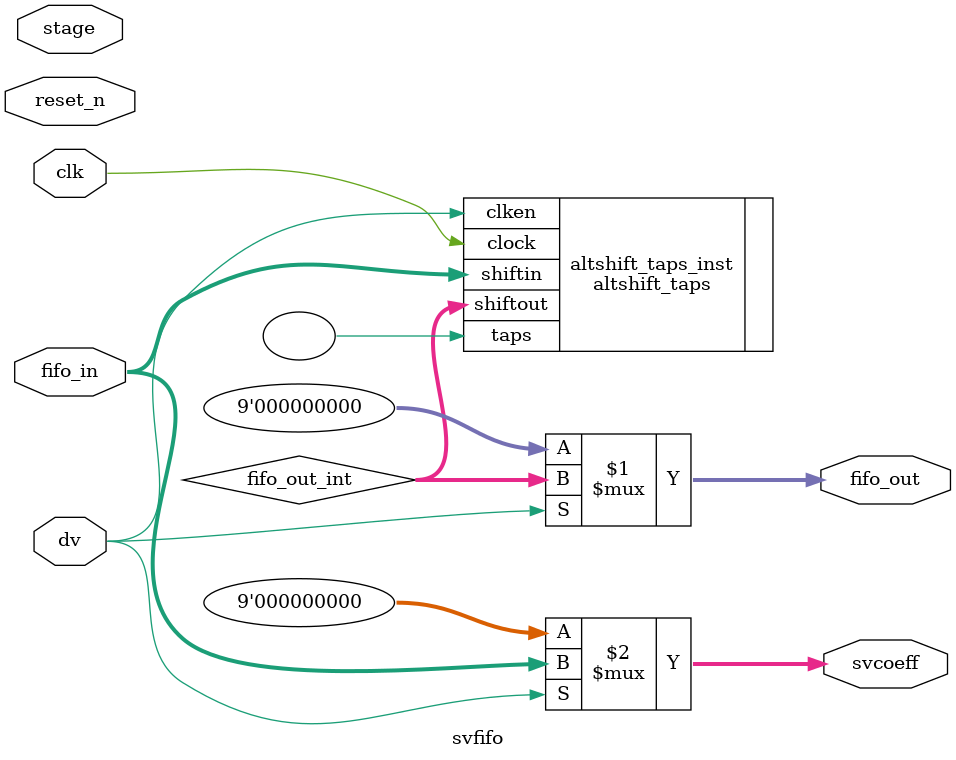
<source format=v>
module svfifo(  
clk,
reset_n,
dv,
fifo_in,
stage,
fifo_out,
svcoeff
);

parameter CWIDTH = 9;
parameter STAGE = 32;

input clk;
input reset_n;

input dv;

input [CWIDTH-1:0] fifo_in;
input [2:0] stage;

output [CWIDTH-1:0] fifo_out;
output [CWIDTH-1:0] svcoeff;

/* Wire definitions */

wire [CWIDTH-1:0] fifo_out_int;

/* Register definitions */

	altshift_taps	
	#(	.intended_device_family("Cyclone IV E"),
		.lpm_hint("RAM_BLOCK_TYPE=M9K"),
		.lpm_type("altshift_taps"),
		.number_of_taps(1),
		.tap_distance(STAGE),
		.width(CWIDTH)
	)
	altshift_taps_inst (
				.clock (clk),
				.clken (dv),
				.shiftin (fifo_in),
				.shiftout (fifo_out_int),
				.taps ()
				// synopsys translate_off
				,
				.aclr (~reset_n)
				// synopsys translate_on
				);
				
assign fifo_out = dv ? fifo_out_int : {CWIDTH{1'b0}}; 				
assign svcoeff = dv ? fifo_in : {CWIDTH{1'b0}};

//~ reg [8:0] scfifo [STAGE-1:0];
//~ integer i;
//~ always@(posedge clk or negedge reset_n)
	//~ if (reset_n == 0)
		//~ for(i=0; i<STAGE;i=i+1)
			//~ scfifo[i] <= 0;
	//~ else
		//~ if (dv)
			//~ begin
				//~ scfifo[0] <= fifo_in;
				//~ for(i=1; i<STAGE;i=i+1)
					//~ scfifo[i] <= scfifo[i-1];
			//~ end
//~ 
//~ assign svcoeff = dv ? fifo_in : 0;
//~ assign fifo_out = dv ? scfifo[STAGE-1] : 0;	

endmodule

</source>
